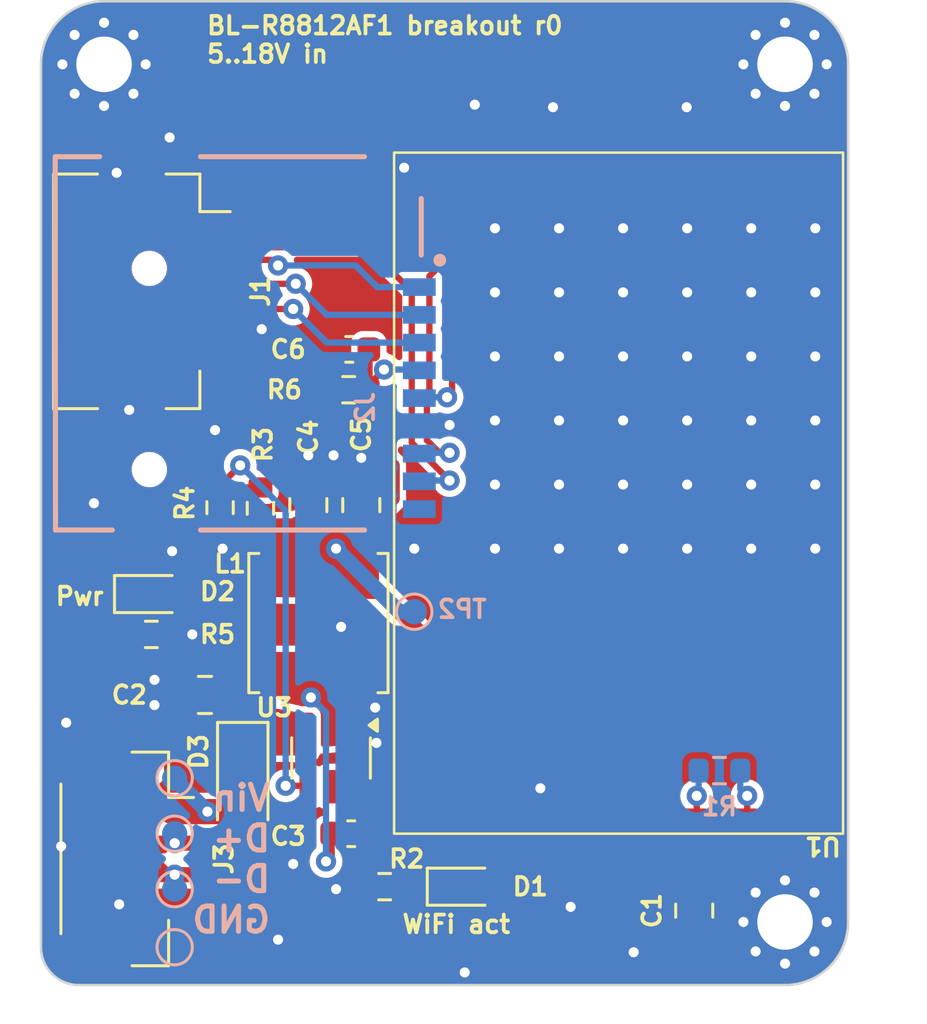
<source format=kicad_pcb>
(kicad_pcb (version 20221018) (generator pcbnew)
  (layers (0 "F.Cu" signal) (31 "B.Cu" signal) (34 "B.Paste" user) (35 "F.Paste" user) (36 "B.SilkS" user "B.Silkscreen") (37 "F.SilkS" user "F.Silkscreen") (38 "B.Mask" user) (39 "F.Mask" user) (44 "Edge.Cuts" user))
  (net 0 "")
  (net 1 "GND")
  (net 2 "+3V3")
  (net 3 "+12V")
  (net 4 "Net-(U3-SW)")
  (net 5 "Net-(U3-BST)")
  (net 6 "Net-(D1-K)")
  (net 7 "Net-(D1-A)")
  (net 8 "Net-(D2-K)")
  (net 9 "Net-(D3-A)")
  (net 10 "/SD_CLK")
  (net 11 "/SD_D0")
  (net 12 "/SD_D1")
  (net 13 "/SD_D2")
  (net 14 "/SD_D3")
  (net 15 "/SD_CMD")
  (net 16 "/WIFI_PDN")
  (net 17 "/USB_N")
  (net 18 "/USB_P")
  (net 19 "Net-(J1-Pin_12)")
  (net 21 "Net-(U1-PDN)")
  (net 22 "Net-(U3-FB)")
  (footprint "Resistor_SMD:R_0603_1608Metric" (layer "F.Cu") (at 166.375 89.1)
    (fp_text reference "R5" (at 2.625 0) (layer "F.SilkS") (effects (font (size 0.7 0.7))))
    (fp_text value "220R")
    (fp_line (start -0.237258 -0.5225) (end 0.237258 -0.5225) (stroke (width 0.12)) (layer "F.SilkS"))
    (fp_line (start -0.237258 0.5225) (end 0.237258 0.5225) (stroke (width 0.12)) (layer "F.SilkS"))
    (pad "1" smd roundrect (at -0.825 0) (size 0.8 0.95) (layers "F.Cu" "F.Paste" "F.Mask") (net 8 "Net-(D2-K)"))
    (pad "2" smd roundrect (at 0.825 0) (size 0.8 0.95) (layers "F.Cu" "F.Paste" "F.Mask") (net 1 "GND"))
  )
  (footprint "Resistor_SMD:R_0603_1608Metric" (layer "F.Cu") (at 169.1 84.075 -90)
    (fp_text reference "R4" (at -0.175 1.4 90) (layer "F.SilkS") (effects (font (size 0.7 0.7))))
    (fp_text value "10K")
    (fp_line (start -0.237258 -0.5225) (end 0.237258 -0.5225) (stroke (width 0.12)) (layer "F.SilkS"))
    (fp_line (start -0.237258 0.5225) (end 0.237258 0.5225) (stroke (width 0.12)) (layer "F.SilkS"))
    (pad "1" smd roundrect (at -0.825 0 270) (size 0.8 0.95) (layers "F.Cu" "F.Paste" "F.Mask") (net 22 "Net-(U3-FB)"))
    (pad "2" smd roundrect (at 0.825 0 270) (size 0.8 0.95) (layers "F.Cu" "F.Paste" "F.Mask") (net 1 "GND"))
  )
  (footprint "LED_SMD:LED_0603_1608Metric" (layer "F.Cu") (at 166.4 87.5)
    (fp_text reference "D2" (at 2.6 -0.1) (layer "F.SilkS") (effects (font (size 0.7 0.7))))
    (fp_text value "LED_RED")
    (fp_line (start -1.485 -0.735) (end -1.485 0.735) (stroke (width 0.12)) (layer "F.SilkS"))
    (fp_line (start -1.485 0.735) (end 0.8 0.735) (stroke (width 0.12)) (layer "F.SilkS"))
    (fp_line (start 0.8 -0.735) (end -1.485 -0.735) (stroke (width 0.12)) (layer "F.SilkS"))
    (pad "1" smd roundrect (at -0.7875 0) (size 0.875 0.95) (layers "F.Cu" "F.Paste" "F.Mask") (net 8 "Net-(D2-K)"))
    (pad "2" smd roundrect (at 0.7875 0) (size 0.875 0.95) (layers "F.Cu" "F.Paste" "F.Mask") (net 2 "+3V3"))
  )
  (footprint "Package_TO_SOT_SMD:TSOT-23-6" (layer "F.Cu") (at 173.5 94 -90)
    (fp_text reference "U3" (at -2 2.25 -180) (layer "F.SilkS") (effects (font (size 0.7 0.7))))
    (fp_text value "AP62300WU")
    (fp_line (start 0 -1.56) (end -0.8 -1.56) (stroke (width 0.12)) (layer "F.SilkS"))
    (fp_line (start 0 -1.56) (end 0.8 -1.56) (stroke (width 0.12)) (layer "F.SilkS"))
    (fp_line (start 0 1.56) (end -0.8 1.56) (stroke (width 0.12)) (layer "F.SilkS"))
    (fp_line (start 0 1.56) (end 0.8 1.56) (stroke (width 0.12)) (layer "F.SilkS"))
    (fp_poly (pts (xy -1.3 -1.51) (xy -1.54 -1.84) (xy -1.06 -1.84) (xy -1.3 -1.51)) (stroke (width 0.12)) (fill solid) (layer "F.SilkS"))
    (pad "1" smd roundrect (at -1.1375 -0.95 270) (size 1.325 0.6) (layers "F.Cu" "F.Paste" "F.Mask") (net 1 "GND"))
    (pad "2" smd roundrect (at -1.1375 0 270) (size 1.325 0.6) (layers "F.Cu" "F.Paste" "F.Mask") (net 4 "Net-(U3-SW)"))
    (pad "3" smd roundrect (at -1.1375 0.95 270) (size 1.325 0.6) (layers "F.Cu" "F.Paste" "F.Mask") (net 3 "+12V"))
    (pad "4" smd roundrect (at 1.1375 0.95 270) (size 1.325 0.6) (layers "F.Cu" "F.Paste" "F.Mask") (net 22 "Net-(U3-FB)"))
    (pad "5" smd roundrect (at 1.1375 0 270) (size 1.325 0.6) (layers "F.Cu" "F.Paste" "F.Mask"))
    (pad "6" smd roundrect (at 1.1375 -0.95 270) (size 1.325 0.6) (layers "F.Cu" "F.Paste" "F.Mask") (net 5 "Net-(U3-BST)"))
  )
  (footprint "Connector_FFC-FPC:Hirose_FH12-12S-0.5SH_1x12-1MP_P0.50mm_Horizontal" (layer "F.Cu") (at 167 75.5 -90)
    (fp_text reference "J1" (at 0 -3.7 90) (layer "F.SilkS") (effects (font (size 0.7 0.7))))
    (fp_text value "FFC_12p_H")
    (fp_line (start -4.65 -1.3) (end -4.65 0.04) (stroke (width 0.12)) (layer "F.SilkS"))
    (fp_line (start -4.65 2.76) (end -4.65 4.5) (stroke (width 0.12)) (layer "F.SilkS"))
    (fp_line (start -4.65 4.5) (end 4.65 4.5) (stroke (width 0.12)) (layer "F.SilkS"))
    (fp_line (start -3.16 -1.3) (end -4.65 -1.3) (stroke (width 0.12)) (layer "F.SilkS"))
    (fp_line (start -3.16 -1.3) (end -3.16 -2.5) (stroke (width 0.12)) (layer "F.SilkS"))
    (fp_line (start 3.16 -1.3) (end 4.65 -1.3) (stroke (width 0.12)) (layer "F.SilkS"))
    (fp_line (start 4.65 -1.3) (end 4.65 0.04) (stroke (width 0.12)) (layer "F.SilkS"))
    (fp_line (start 4.65 4.5) (end 4.65 2.76) (stroke (width 0.12)) (layer "F.SilkS"))
    (pad "1" smd rect (at -2.75 -1.85 270) (size 0.3 1.3) (layers "F.Cu" "F.Paste" "F.Mask") (net 10 "/SD_CLK"))
    (pad "2" smd rect (at -2.25 -1.85 270) (size 0.3 1.3) (layers "F.Cu" "F.Paste" "F.Mask") (net 11 "/SD_D0"))
    (pad "3" smd rect (at -1.75 -1.85 270) (size 0.3 1.3) (layers "F.Cu" "F.Paste" "F.Mask") (net 12 "/SD_D1"))
    (pad "4" smd rect (at -1.25 -1.85 270) (size 0.3 1.3) (layers "F.Cu" "F.Paste" "F.Mask") (net 13 "/SD_D2"))
    (pad "5" smd rect (at -0.75 -1.85 270) (size 0.3 1.3) (layers "F.Cu" "F.Paste" "F.Mask") (net 14 "/SD_D3"))
    (pad "6" smd rect (at -0.25 -1.85 270) (size 0.3 1.3) (layers "F.Cu" "F.Paste" "F.Mask") (net 15 "/SD_CMD"))
    (pad "7" smd rect (at 0.25 -1.85 270) (size 0.3 1.3) (layers "F.Cu" "F.Paste" "F.Mask") (net 16 "/WIFI_PDN"))
    (pad "8" smd rect (at 0.75 -1.85 270) (size 0.3 1.3) (layers "F.Cu" "F.Paste" "F.Mask") (net 1 "GND"))
    (pad "9" smd rect (at 1.25 -1.85 270) (size 0.3 1.3) (layers "F.Cu" "F.Paste" "F.Mask") (net 17 "/USB_N"))
    (pad "10" smd rect (at 1.75 -1.85 270) (size 0.3 1.3) (layers "F.Cu" "F.Paste" "F.Mask") (net 1 "GND"))
    (pad "11" smd rect (at 2.25 -1.85 270) (size 0.3 1.3) (layers "F.Cu" "F.Paste" "F.Mask") (net 18 "/USB_P"))
    (pad "12" smd rect (at 2.75 -1.85 270) (size 0.3 1.3) (layers "F.Cu" "F.Paste" "F.Mask") (net 19 "Net-(J1-Pin_12)"))
    (pad "MP" smd rect (at -4.65 1.4 270) (size 1.8 2.2) (layers "F.Cu" "F.Paste" "F.Mask") (net 1 "GND"))
    (pad "MP" smd rect (at 4.65 1.4 270) (size 1.8 2.2) (layers "F.Cu" "F.Paste" "F.Mask") (net 1 "GND"))
  )
  (footprint "LED_SMD:LED_0603_1608Metric" (layer "F.Cu") (at 178.8 99.1)
    (fp_text reference "D1" (at 2.6 0) (layer "F.SilkS") (effects (font (size 0.7 0.7))))
    (fp_text value "LED_GREEN")
    (fp_line (start -1.485 -0.735) (end -1.485 0.735) (stroke (width 0.12)) (layer "F.SilkS"))
    (fp_line (start -1.485 0.735) (end 0.8 0.735) (stroke (width 0.12)) (layer "F.SilkS"))
    (fp_line (start 0.8 -0.735) (end -1.485 -0.735) (stroke (width 0.12)) (layer "F.SilkS"))
    (pad "1" smd roundrect (at -0.7875 0) (size 0.875 0.95) (layers "F.Cu" "F.Paste" "F.Mask") (net 6 "Net-(D1-K)"))
    (pad "2" smd roundrect (at 0.7875 0) (size 0.875 0.95) (layers "F.Cu" "F.Paste" "F.Mask") (net 7 "Net-(D1-A)"))
  )
  (footprint "Capacitor_SMD:C_0805_2012Metric" (layer "F.Cu") (at 187.9 100.05 90)
    (fp_text reference "C1" (at 0 -1.68 90) (layer "F.SilkS") (effects (font (size 0.7 0.7))))
    (fp_text value "22uF")
    (fp_line (start -0.261252 -0.735) (end 0.261252 -0.735) (stroke (width 0.12)) (layer "F.SilkS"))
    (fp_line (start -0.261252 0.735) (end 0.261252 0.735) (stroke (width 0.12)) (layer "F.SilkS"))
    (pad "1" smd roundrect (at -0.95 0 90) (size 1 1.45) (layers "F.Cu" "F.Paste" "F.Mask") (net 1 "GND"))
    (pad "2" smd roundrect (at 0.95 0 90) (size 1 1.45) (layers "F.Cu" "F.Paste" "F.Mask") (net 2 "+3V3"))
  )
  (footprint "MountingHole:MountingHole_2.2mm_M2_Pad_Via" (layer "F.Cu") (at 164.5 66.5)
    (fp_text reference "H3" hide)
    (fp_text value "MH_2.2mm")
    (pad "1" thru_hole circle (at -1.65 0) (size 0.7 0.7) (drill 0.4) (layers "*.Cu" "*.Mask") (net 1 "GND"))
    (pad "1" thru_hole circle (at -1.166726 -1.166726) (size 0.7 0.7) (drill 0.4) (layers "*.Cu" "*.Mask") (net 1 "GND"))
    (pad "1" thru_hole circle (at -1.166726 1.166726) (size 0.7 0.7) (drill 0.4) (layers "*.Cu" "*.Mask") (net 1 "GND"))
    (pad "1" thru_hole circle (at 0 -1.65) (size 0.7 0.7) (drill 0.4) (layers "*.Cu" "*.Mask") (net 1 "GND"))
    (pad "1" thru_hole circle (at 0 0) (size 4.4 4.4) (drill 2.2) (layers "*.Cu" "*.Mask") (net 1 "GND"))
    (pad "1" thru_hole circle (at 0 1.65) (size 0.7 0.7) (drill 0.4) (layers "*.Cu" "*.Mask") (net 1 "GND"))
    (pad "1" thru_hole circle (at 1.166726 -1.166726) (size 0.7 0.7) (drill 0.4) (layers "*.Cu" "*.Mask") (net 1 "GND"))
    (pad "1" thru_hole circle (at 1.166726 1.166726) (size 0.7 0.7) (drill 0.4) (layers "*.Cu" "*.Mask") (net 1 "GND"))
    (pad "1" thru_hole circle (at 1.65 0) (size 0.7 0.7) (drill 0.4) (layers "*.Cu" "*.Mask") (net 1 "GND"))
  )
  (footprint "Capacitor_SMD:C_0805_2012Metric" (layer "F.Cu") (at 168.5 91.5)
    (fp_text reference "C2" (at -3 0) (layer "F.SilkS") (effects (font (size 0.7 0.7))))
    (fp_text value "10uF")
    (fp_line (start -0.261252 -0.735) (end 0.261252 -0.735) (stroke (width 0.12)) (layer "F.SilkS"))
    (fp_line (start -0.261252 0.735) (end 0.261252 0.735) (stroke (width 0.12)) (layer "F.SilkS"))
    (pad "1" smd roundrect (at -0.95 0) (size 1 1.45) (layers "F.Cu" "F.Paste" "F.Mask") (net 1 "GND"))
    (pad "2" smd roundrect (at 0.95 0) (size 1 1.45) (layers "F.Cu" "F.Paste" "F.Mask") (net 3 "+12V"))
  )
  (footprint "Capacitor_SMD:C_0603_1608Metric" (layer "F.Cu") (at 174.3 97)
    (fp_text reference "C3" (at -2.5 0.1) (layer "F.SilkS") (effects (font (size 0.7 0.7))))
    (fp_text value "0.1uF")
    (fp_line (start -0.14058 -0.51) (end 0.14058 -0.51) (stroke (width 0.12)) (layer "F.SilkS"))
    (fp_line (start -0.14058 0.51) (end 0.14058 0.51) (stroke (width 0.12)) (layer "F.SilkS"))
    (pad "1" smd roundrect (at -0.775 0) (size 0.9 0.95) (layers "F.Cu" "F.Paste" "F.Mask") (net 4 "Net-(U3-SW)"))
    (pad "2" smd roundrect (at 0.775 0) (size 0.9 0.95) (layers "F.Cu" "F.Paste" "F.Mask") (net 5 "Net-(U3-BST)"))
  )
  (footprint "Resistor_SMD:R_0603_1608Metric" (layer "F.Cu") (at 174.2 79.4)
    (fp_text reference "R6" (at -2.55 0) (layer "F.SilkS") (effects (font (size 0.7 0.7))))
    (fp_text value "0R")
    (fp_line (start -0.237258 -0.5225) (end 0.237258 -0.5225) (stroke (width 0.12)) (layer "F.SilkS"))
    (fp_line (start -0.237258 0.5225) (end 0.237258 0.5225) (stroke (width 0.12)) (layer "F.SilkS"))
    (pad "1" smd roundrect (at -0.825 0) (size 0.8 0.95) (layers "F.Cu" "F.Paste" "F.Mask") (net 19 "Net-(J1-Pin_12)"))
    (pad "2" smd roundrect (at 0.825 0) (size 0.8 0.95) (layers "F.Cu" "F.Paste" "F.Mask") (net 2 "+3V3"))
  )
  (footprint "Diode_SMD:D_SOD-123F" (layer "F.Cu") (at 170 94.8 -90)
    (fp_text reference "D3" (at -1.05 1.75 90) (layer "F.SilkS") (effects (font (size 0.7 0.7))))
    (fp_text value "DSS34")
    (fp_line (start -2.21 -1) (end -2.21 1) (stroke (width 0.12)) (layer "F.SilkS"))
    (fp_line (start -2.21 -1) (end 1.65 -1) (stroke (width 0.12)) (layer "F.SilkS"))
    (fp_line (start -2.21 1) (end 1.65 1) (stroke (width 0.12)) (layer "F.SilkS"))
    (pad "1" smd roundrect (at -1.4 0 270) (size 1.1 1.1) (layers "F.Cu" "F.Paste" "F.Mask") (roundrect_rratio 0.2272727273) (net 3 "+12V"))
    (pad "2" smd roundrect (at 1.4 0 270) (size 1.1 1.1) (layers "F.Cu" "F.Paste" "F.Mask") (roundrect_rratio 0.2272727273) (net 9 "Net-(D3-A)"))
  )
  (footprint "Capacitor_SMD:C_0805_2012Metric" (layer "F.Cu") (at 174.7 83.975 -90)
    (fp_text reference "C5" (at -2.8 0 90) (layer "F.SilkS") (effects (font (size 0.7 0.7))))
    (fp_text value "22uF")
    (fp_line (start -0.261252 -0.735) (end 0.261252 -0.735) (stroke (width 0.12)) (layer "F.SilkS"))
    (fp_line (start -0.261252 0.735) (end 0.261252 0.735) (stroke (width 0.12)) (layer "F.SilkS"))
    (pad "1" smd roundrect (at -0.95 0 270) (size 1 1.45) (layers "F.Cu" "F.Paste" "F.Mask") (net 1 "GND"))
    (pad "2" smd roundrect (at 0.95 0 270) (size 1 1.45) (layers "F.Cu" "F.Paste" "F.Mask") (net 2 "+3V3"))
  )
  (footprint "Resistor_SMD:R_0603_1608Metric" (layer "F.Cu") (at 175.625 99.1 180)
    (fp_text reference "R2" (at -0.875 1.1) (layer "F.SilkS") (effects (font (size 0.7 0.7))))
    (fp_text value "220R")
    (fp_line (start -0.237258 -0.5225) (end 0.237258 -0.5225) (stroke (width 0.12)) (layer "F.SilkS"))
    (fp_line (start -0.237258 0.5225) (end 0.237258 0.5225) (stroke (width 0.12)) (layer "F.SilkS"))
    (pad "1" smd roundrect (at -0.825 0 180) (size 0.8 0.95) (layers "F.Cu" "F.Paste" "F.Mask") (net 6 "Net-(D1-K)"))
    (pad "2" smd roundrect (at 0.825 0 180) (size 0.8 0.95) (layers "F.Cu" "F.Paste" "F.Mask") (net 1 "GND"))
  )
  (footprint "MountingHole:MountingHole_2.2mm_M2_Pad_Via" (layer "F.Cu") (at 191.5 100.5)
    (fp_text reference "H1" hide)
    (fp_text value "MH_2.2mm")
    (pad "1" thru_hole circle (at -1.65 0) (size 0.7 0.7) (drill 0.4) (layers "*.Cu" "*.Mask") (net 1 "GND"))
    (pad "1" thru_hole circle (at -1.166726 -1.166726) (size 0.7 0.7) (drill 0.4) (layers "*.Cu" "*.Mask") (net 1 "GND"))
    (pad "1" thru_hole circle (at -1.166726 1.166726) (size 0.7 0.7) (drill 0.4) (layers "*.Cu" "*.Mask") (net 1 "GND"))
    (pad "1" thru_hole circle (at 0 -1.65) (size 0.7 0.7) (drill 0.4) (layers "*.Cu" "*.Mask") (net 1 "GND"))
    (pad "1" thru_hole circle (at 0 0) (size 4.4 4.4) (drill 2.2) (layers "*.Cu" "*.Mask") (net 1 "GND"))
    (pad "1" thru_hole circle (at 0 1.65) (size 0.7 0.7) (drill 0.4) (layers "*.Cu" "*.Mask") (net 1 "GND"))
    (pad "1" thru_hole circle (at 1.166726 -1.166726) (size 0.7 0.7) (drill 0.4) (layers "*.Cu" "*.Mask") (net 1 "GND"))
    (pad "1" thru_hole circle (at 1.166726 1.166726) (size 0.7 0.7) (drill 0.4) (layers "*.Cu" "*.Mask") (net 1 "GND"))
    (pad "1" thru_hole circle (at 1.65 0) (size 0.7 0.7) (drill 0.4) (layers "*.Cu" "*.Mask") (net 1 "GND"))
  )
  (footprint "MountingHole:MountingHole_2.2mm_M2_Pad_Via" (layer "F.Cu") (at 191.5 66.5)
    (fp_text reference "H2" hide)
    (fp_text value "MH_2.2mm")
    (pad "1" thru_hole circle (at -1.65 0) (size 0.7 0.7) (drill 0.4) (layers "*.Cu" "*.Mask") (net 1 "GND"))
    (pad "1" thru_hole circle (at -1.166726 -1.166726) (size 0.7 0.7) (drill 0.4) (layers "*.Cu" "*.Mask") (net 1 "GND"))
    (pad "1" thru_hole circle (at -1.166726 1.166726) (size 0.7 0.7) (drill 0.4) (layers "*.Cu" "*.Mask") (net 1 "GND"))
    (pad "1" thru_hole circle (at 0 -1.65) (size 0.7 0.7) (drill 0.4) (layers "*.Cu" "*.Mask") (net 1 "GND"))
    (pad "1" thru_hole circle (at 0 0) (size 4.4 4.4) (drill 2.2) (layers "*.Cu" "*.Mask") (net 1 "GND"))
    (pad "1" thru_hole circle (at 0 1.65) (size 0.7 0.7) (drill 0.4) (layers "*.Cu" "*.Mask") (net 1 "GND"))
    (pad "1" thru_hole circle (at 1.166726 -1.166726) (size 0.7 0.7) (drill 0.4) (layers "*.Cu" "*.Mask") (net 1 "GND"))
    (pad "1" thru_hole circle (at 1.166726 1.166726) (size 0.7 0.7) (drill 0.4) (layers "*.Cu" "*.Mask") (net 1 "GND"))
    (pad "1" thru_hole circle (at 1.65 0) (size 0.7 0.7) (drill 0.4) (layers "*.Cu" "*.Mask") (net 1 "GND"))
  )
  (footprint "Resistor_SMD:R_0603_1608Metric" (layer "F.Cu") (at 170.7 84.1 90)
    (fp_text reference "R3" (at 2.525 0.1 90) (layer "F.SilkS") (effects (font (size 0.7 0.7))))
    (fp_text value "31K6")
    (fp_line (start -0.237258 -0.5225) (end 0.237258 -0.5225) (stroke (width 0.12)) (layer "F.SilkS"))
    (fp_line (start -0.237258 0.5225) (end 0.237258 0.5225) (stroke (width 0.12)) (layer "F.SilkS"))
    (pad "1" smd roundrect (at -0.825 0 90) (size 0.8 0.95) (layers "F.Cu" "F.Paste" "F.Mask") (net 2 "+3V3"))
    (pad "2" smd roundrect (at 0.825 0 90) (size 0.8 0.95) (layers "F.Cu" "F.Paste" "F.Mask") (net 22 "Net-(U3-FB)"))
  )
  (footprint "hadv-rf:BL-R8812AF1" (layer "F.Cu") (at 193.8 97 90)
    (fp_text reference "U1" (at -0.5 -0.8 180 unlocked) (layer "F.SilkS") (effects (font (size 0.7 0.7))))
    (fp_text value "~")
    (fp_rect (start 0 -17.8) (end 27 0) (stroke (width 0.1)) (fill none) (layer "F.SilkS"))
    (pad "1" smd roundrect (at 0 -3.9 90) (size 2 1.2) (layers "F.Cu" "F.Paste" "F.Mask") (roundrect_rratio 0.15) (net 21 "Net-(U1-PDN)"))
    (pad "2" smd roundrect (at 0 -5.9 90) (size 2 1.2) (layers "F.Cu" "F.Paste" "F.Mask") (roundrect_rratio 0.15) (net 2 "+3V3"))
    (pad "3" smd roundrect (at 0 -7.9 90) (size 2 1.2) (layers "F.Cu" "F.Paste" "F.Mask") (roundrect_rratio 0.15) (net 17 "/USB_N"))
    (pad "4" smd roundrect (at 0 -9.9 90) (size 2 1.2) (layers "F.Cu" "F.Paste" "F.Mask") (roundrect_rratio 0.15) (net 18 "/USB_P"))
    (pad "5" smd roundrect (at 0 -11.9 90) (size 2 1.2) (layers "F.Cu" "F.Paste" "F.Mask") (roundrect_rratio 0.15) (net 1 "GND"))
    (pad "6" smd roundrect (at 0 -13.9 90) (size 2 1.2) (layers "F.Cu" "F.Paste" "F.Mask") (roundrect_rratio 0.15) (net 7 "Net-(D1-A)"))
    (pad "7" smd roundrect (at 27 -14.55 90) (size 2 1) (layers "F.Cu" "F.Paste" "F.Mask") (roundrect_rratio 0.15) (net 1 "GND"))
    (pad "8" smd roundrect (at 27 -13.05 90) (size 2 1) (layers "F.Cu" "F.Paste" "F.Mask") (roundrect_rratio 0.15))
    (pad "9" smd roundrect (at 27 -11.55 90) (size 2 1) (layers "F.Cu" "F.Paste" "F.Mask") (roundrect_rratio 0.15) (net 1 "GND"))
    (pad "10" smd roundrect (at 27 -6.2 90) (size 2 1) (layers "F.Cu" "F.Paste" "F.Mask") (roundrect_rratio 0.15) (net 1 "GND"))
    (pad "11" smd roundrect (at 27 -4.7 90) (size 2 1) (layers "F.Cu" "F.Paste" "F.Mask") (roundrect_rratio 0.15))
    (pad "12" smd roundrect (at 27 -3.2 90) (size 2 1) (layers "F.Cu" "F.Paste" "F.Mask") (roundrect_rratio 0.15) (net 1 "GND"))
  )
  (footprint "Capacitor_SMD:C_0805_2012Metric" (layer "F.Cu") (at 172.6 83.975 -90)
    (fp_text reference "C4" (at -2.7 0 90) (layer "F.SilkS") (effects (font (size 0.7 0.7))))
    (fp_text value "22uF")
    (fp_line (start -0.261252 -0.735) (end 0.261252 -0.735) (stroke (width 0.12)) (layer "F.SilkS"))
    (fp_line (start -0.261252 0.735) (end 0.261252 0.735) (stroke (width 0.12)) (layer "F.SilkS"))
    (pad "1" smd roundrect (at -0.95 0 270) (size 1 1.45) (layers "F.Cu" "F.Paste" "F.Mask") (net 1 "GND"))
    (pad "2" smd roundrect (at 0.95 0 270) (size 1 1.45) (layers "F.Cu" "F.Paste" "F.Mask") (net 2 "+3V3"))
  )
  (footprint "Connector_JST:JST_GH_SM04B-GHS-TB_1x04-1MP_P1.25mm_Horizontal" (layer "F.Cu") (at 165.35 98 -90)
    (fp_text reference "J3" (at 0 -3.9 90) (layer "F.SilkS") (effects (font (size 0.7 0.7))))
    (fp_text value "JST-GH-4H")
    (fp_line (start -4.235 -1.71) (end -2.435 -1.71) (stroke (width 0.12)) (layer "F.SilkS"))
    (fp_line (start -4.235 -0.26) (end -4.235 -1.71) (stroke (width 0.12)) (layer "F.SilkS"))
    (fp_line (start -2.965 2.56) (end 2.965 2.56) (stroke (width 0.12)) (layer "F.SilkS"))
    (fp_line (start -2.435 -1.71) (end -2.435 -2.7) (stroke (width 0.12)) (layer "F.SilkS"))
    (fp_line (start 4.235 -1.71) (end 2.435 -1.71) (stroke (width 0.12)) (layer "F.SilkS"))
    (fp_line (start 4.235 -0.26) (end 4.235 -1.71) (stroke (width 0.12)) (layer "F.SilkS"))
    (pad "1" smd roundrect (at -1.875 -1.85 270) (size 0.6 1.7) (layers "F.Cu" "F.Paste" "F.Mask") (net 9 "Net-(D3-A)"))
    (pad "2" smd roundrect (at -0.625 -1.85 270) (size 0.6 1.7) (layers "F.Cu" "F.Paste" "F.Mask") (net 18 "/USB_P"))
    (pad "3" smd roundrect (at 0.625 -1.85 270) (size 0.6 1.7) (layers "F.Cu" "F.Paste" "F.Mask") (net 17 "/USB_N"))
    (pad "4" smd roundrect (at 1.875 -1.85 270) (size 0.6 1.7) (layers "F.Cu" "F.Paste" "F.Mask") (net 1 "GND"))
    (pad "MP" smd roundrect (at -3.725 1.35 270) (size 1 2.7) (layers "F.Cu" "F.Paste" "F.Mask") (net 1 "GND"))
    (pad "MP" smd roundrect (at 3.725 1.35 270) (size 1 2.7) (layers "F.Cu" "F.Paste" "F.Mask") (net 1 "GND"))
  )
  (footprint "Capacitor_SMD:C_0603_1608Metric" (layer "F.Cu") (at 174.225 77.8 180)
    (fp_text reference "C6" (at 2.425 0) (layer "F.SilkS") (effects (font (size 0.7 0.7))))
    (fp_text value "0.1uF")
    (fp_line (start -0.14058 -0.51) (end 0.14058 -0.51) (stroke (width 0.12)) (layer "F.SilkS"))
    (fp_line (start -0.14058 0.51) (end 0.14058 0.51) (stroke (width 0.12)) (layer "F.SilkS"))
    (pad "1" smd roundrect (at -0.775 0 180) (size 0.9 0.95) (layers "F.Cu" "F.Paste" "F.Mask") (net 2 "+3V3"))
    (pad "2" smd roundrect (at 0.775 0 180) (size 0.9 0.95) (layers "F.Cu" "F.Paste" "F.Mask") (net 1 "GND"))
  )
  (footprint "Inductor_SMD:L_Sunlord_SWPA5020S" (layer "F.Cu") (at 173 88.65 90)
    (fp_text reference "L1" (at 2.35 -3.5 180) (layer "F.SilkS") (effects (font (size 0.7 0.7))))
    (fp_text value "LQH5BPN3R3N38L")
    (fp_line (start -2.76 -2.76) (end -2.76 -2.36) (stroke (width 0.12)) (layer "F.SilkS"))
    (fp_line (start -2.76 -2.76) (end 2.76 -2.76) (stroke (width 0.12)) (layer "F.SilkS"))
    (fp_line (start -2.76 2.76) (end -2.76 2.36) (stroke (width 0.12)) (layer "F.SilkS"))
    (fp_line (start -2.76 2.76) (end 2.76 2.76) (stroke (width 0.12)) (layer "F.SilkS"))
    (fp_line (start 2.76 -2.76) (end 2.76 -2.36) (stroke (width 0.12)) (layer "F.SilkS"))
    (fp_line (start 2.76 2.76) (end 2.76 2.36) (stroke (width 0.12)) (layer "F.SilkS"))
    (pad "1" smd rect (at -1.85 0 90) (size 1.4 4.2) (layers "F.Cu" "F.Paste" "F.Mask") (net 4 "Net-(U3-SW)"))
    (pad "2" smd rect (at 1.85 0 90) (size 1.4 4.2) (layers "F.Cu" "F.Paste" "F.Mask") (net 2 "+3V3"))
  )
  (footprint "hadv-connectors:TF-01A" (layer "B.Cu") (at 169.8262 77.5612 90)
    (fp_text reference "J2" (at -2.54 5.024 90) (layer "B.SilkS") (effects (font (size 0.7 0.7)) (justify mirror)))
    (fp_text value "TF-01A")
    (fp_line (start -7.4 -5) (end -7.39902 -7.25) (stroke (width 0.2032)) (layer "B.SilkS"))
    (fp_line (start -7.4 5) (end -7.4 -1.5) (stroke (width 0.2032)) (layer "B.SilkS"))
    (fp_line (start -7.39902 -7.25) (end 7.39902 -7.2627) (stroke (width 0.2032)) (layer "B.SilkS"))
    (fp_line (start 3.5 7.25) (end 5.738 7.25) (stroke (width 0.2032)) (layer "B.SilkS"))
    (fp_line (start 7.39902 -7.2627) (end 7.4 -5.5) (stroke (width 0.2032)) (layer "B.SilkS"))
    (fp_line (start 7.4 -1.5) (end 7.4 5) (stroke (width 0.2032)) (layer "B.SilkS"))
    (fp_circle (center 3.29565 7.98449) (end 3.54965 7.98449) (fill solid) (layer "B.SilkS"))
    (pad "" np_thru_hole circle (at -5.0038 -3.5306 90) (size 0.999997 0.999997) (drill 0.999997) (layers "*.Cu" "*.Mask"))
    (pad "" np_thru_hole circle (at 2.9718 -3.5306 90) (size 0.999997 0.999997) (drill 0.999997) (layers "*.Cu" "*.Mask"))
    (pad "1" smd rect (at 2.2298 7.1738) (size 1.3 0.7) (layers "B.Cu" "B.Paste" "B.Mask") (net 13 "/SD_D2"))
    (pad "2" smd rect (at 1.1298 7.1738) (size 1.3 0.7) (layers "B.Cu" "B.Paste" "B.Mask") (net 14 "/SD_D3"))
    (pad "3" smd rect (at 0.0298 7.1738) (size 1.3 0.7) (layers "B.Cu" "B.Paste" "B.Mask") (net 15 "/SD_CMD"))
    (pad "4" smd rect (at -1.0702 7.1738) (size 1.3 0.7) (layers "B.Cu" "B.Paste" "B.Mask") (net 2 "+3V3"))
    (pad "5" smd rect (at -2.1702 7.1738) (size 1.3 0.7) (layers "B.Cu" "B.Paste" "B.Mask") (net 10 "/SD_CLK"))
    (pad "6" smd rect (at -3.2702 7.1738) (size 1.3 0.7) (layers "B.Cu" "B.Paste" "B.Mask") (net 1 "GND"))
    (pad "7" smd rect (at -4.3702 7.1738) (size 1.3 0.7) (layers "B.Cu" "B.Paste" "B.Mask") (net 11 "/SD_D0"))
    (pad "8" smd rect (at -5.4702 7.1738) (size 1.3 0.7) (layers "B.Cu" "B.Paste" "B.Mask") (net 12 "/SD_D1"))
    (pad "9" smd rect (at -6.5702 7.1738) (size 1.3 0.7) (layers "B.Cu" "B.Paste" "B.Mask"))
    (pad "10" smd rect (at -7.9886 -3.3) (size 2.4384 1.4478) (layers "B.Cu" "B.Paste" "B.Mask") (net 1 "GND"))
    (pad "10" smd rect (at -7.9886 6.4) (size 1.651 1.4478) (layers "B.Cu" "B.Paste" "B.Mask") (net 1 "GND"))
    (pad "10" smd rect (at 7.0612 6.4) (size 1.651 1.8542) (layers "B.Cu" "B.Paste" "B.Mask") (net 1 "GND"))
    (pad "10" smd rect (at 7.8362 -3.3) (size 2.4384 1.4478) (layers "B.Cu" "B.Paste" "B.Mask") (net 1 "GND"))
  )
  (footprint "TestPoint:TestPoint_Pad_D1.0mm" (layer "B.Cu") (at 176.8 88.2 180)
    (fp_text reference "TP2" (at -1.9 0.1) (layer "B.SilkS") (effects (font (size 0.7 0.7)) (justify mirror)))
    (fp_text value "TP_1MM")
    (fp_circle (center 0 0) (end 0 -0.7) (stroke (width 0.12)) (fill none) (layer "B.SilkS"))
    (pad "1" smd circle (at 0 0 180) (size 1 1) (layers "B.Cu" "B.Mask") (net 2 "+3V3"))
  )
  (footprint "TestPoint:TestPoint_Pad_D1.0mm" (layer "B.Cu") (at 167.3 99.2 180)
    (fp_text reference "TP6" hide)
    (fp_text value "TP_1MM")
    (fp_circle (center 0 0) (end 0 -0.7) (stroke (width 0.12)) (fill none) (layer "B.SilkS"))
    (pad "1" smd circle (at 0 0 180) (size 1 1) (layers "B.Cu" "B.Mask") (net 17 "/USB_N"))
  )
  (footprint "TestPoint:TestPoint_Pad_D1.0mm" (layer "B.Cu") (at 167.3 97 180)
    (fp_text reference "TP7" hide)
    (fp_text value "TP_1MM")
    (fp_circle (center 0 0) (end 0 -0.7) (stroke (width 0.12)) (fill none) (layer "B.SilkS"))
    (pad "1" smd circle (at 0 0 180) (size 1 1) (layers "B.Cu" "B.Mask") (net 18 "/USB_P"))
  )
  (footprint "TestPoint:TestPoint_Pad_D1.0mm" (layer "B.Cu") (at 167.3 101.5 180)
    (fp_text reference "TP3" hide)
    (fp_text value "TP_1MM")
    (fp_circle (center 0 0) (end 0 -0.7) (stroke (width 0.12)) (fill none) (layer "B.SilkS"))
    (pad "1" smd circle (at 0 0 180) (size 1 1) (layers "B.Cu" "B.Mask") (net 1 "GND"))
  )
  (footprint "Resistor_SMD:R_0603_1608Metric" (layer "B.Cu") (at 188.9 94.5)
    (fp_text reference "R1" (at 0 1.43) (layer "B.SilkS") (effects (font (size 0.7 0.7)) (justify mirror)))
    (fp_text value "10K")
    (fp_line (start -0.237258 -0.5225) (end 0.237258 -0.5225) (stroke (width 0.12)) (layer "B.SilkS"))
    (fp_line (start -0.237258 0.5225) (end 0.237258 0.5225) (stroke (width 0.12)) (layer "B.SilkS"))
    (pad "1" smd roundrect (at -0.825 0) (size 0.8 0.95) (layers "B.Cu" "B.Paste" "B.Mask") (net 2 "+3V3"))
    (pad "2" smd roundrect (at 0.825 0) (size 0.8 0.95) (layers "B.Cu" "B.Paste" "B.Mask") (net 21 "Net-(U1-PDN)"))
  )
  (footprint "TestPoint:TestPoint_Pad_D1.0mm" (layer "B.Cu") (at 167.3 94.8 180)
    (fp_text reference "TP1" hide)
    (fp_text value "TP_1MM")
    (fp_circle (center 0 0) (end 0 -0.7) (stroke (width 0.12)) (fill none) (layer "B.SilkS"))
    (pad "1" smd circle (at 0 0 180) (size 1 1) (layers "B.Cu" "B.Mask") (net 9 "Net-(D3-A)"))
  )
  (gr_arc (start 162 66.5) (mid 162.732233 64.732233) (end 164.5 64) (stroke (width 0.1)) (layer "Edge.Cuts"))
  (gr_line (start 164.5 64) (end 191.5 64) (stroke (width 0.1)) (layer "Edge.Cuts"))
  (gr_arc (start 163.5 103) (mid 162.43934 102.56066) (end 162 101.5) (stroke (width 0.1)) (layer "Edge.Cuts"))
  (gr_line (start 191.5 103) (end 163.5 103) (stroke (width 0.1)) (layer "Edge.Cuts"))
  (gr_arc (start 191.5 64) (mid 193.267767 64.732233) (end 194 66.5) (stroke (width 0.1)) (layer "Edge.Cuts"))
  (gr_line (start 162 101.5) (end 162 66.5) (stroke (width 0.1)) (layer "Edge.Cuts"))
  (gr_arc (start 194 100.5) (mid 193.267767 102.267767) (end 191.5 103) (stroke (width 0.1)) (layer "Edge.Cuts"))
  (gr_line (start 194 66.5) (end 194 100.5) (stroke (width 0.1)) (layer "Edge.Cuts"))
  (gr_text "Vin\nD+\nD-\nGND" (at 171.2 101) (layer "B.SilkS") (effects (font (size 1 1) (thickness 0.2) bold) (justify left bottom mirror)))
  (gr_text "BL-R8812AF1 breakout r0\n5..18V in" (at 168.5 66.5) (layer "F.SilkS") (effects (font (size 0.7 0.7)) (justify left bottom)))
  (gr_text "WiFi act" (at 176.25 101) (layer "F.SilkS") (effects (font (size 0.7 0.7)) (justify left bottom)))
  (gr_text "Pwr" (at 162.5 88) (layer "F.SilkS") (effects (font (size 0.7 0.7)) (justify left bottom)))
  (segment (start 167.2 89.1) (end 168 89.1) (width 0.25) (layer "F.Cu") (net 1))
  (segment (start 170 76.25) (end 168.85 76.25) (width 0.25) (layer "F.Cu") (net 1))
  (segment (start 175.25 92.0625) (end 174.45 92.8625) (width 0.25) (layer "F.Cu") (net 1))
  (segment (start 169.1 84.9) (end 169.1 85.6) (width 0.25) (layer "F.Cu") (net 1))
  (segment (start 173.8 99.1) (end 173.7 99.2) (width 0.25) (layer "F.Cu") (net 1))
  (segment (start 170.75 77) (end 170.5 77.25) (width 0.25) (layer "F.Cu") (net 1))
  (segment (start 172.6 83.025) (end 172.6 82) (width 0.6) (layer "F.Cu") (net 1))
  (segment (start 175.25 92) (end 175.25 92.0625) (width 0.25) (layer "F.Cu") (net 1))
  (segment (start 169.1 85.6) (end 169.2 85.7) (width 0.25) (layer "F.Cu") (net 1))
  (segment (start 170.5 77.25) (end 168.85 77.25) (width 0.25) (layer "F.Cu") (net 1))
  (segment (start 174.8 99.1) (end 173.8 99.1) (width 0.25) (layer "F.Cu") (net 1))
  (segment (start 170.75 77) (end 170 76.25) (width 0.25) (layer "F.Cu") (net 1))
  (segment (start 174.7 83.025) (end 174.7 82.1) (width 0.6) (layer "F.Cu") (net 1))
  (via (at 180 75.54) (size 0.8) (drill 0.4) (layers "F.Cu" "B.Cu") (net 1))
  (via (at 171.4 101.2) (size 0.8) (drill 0.4) (layers "F.Cu" "B.Cu") (net 1))
  (via (at 185.5 101.7) (size 0.8) (drill 0.4) (layers "F.Cu" "B.Cu") (net 1))
  (via (at 192.7 80.62) (size 0.8) (drill 0.4) (layers "F.Cu" "B.Cu") (net 1))
  (via (at 180 83.16) (size 0.8) (drill 0.4) (layers "F.Cu" "B.Cu") (net 1))
  (via (at 183 99.9) (size 0.8) (drill 0.4) (layers "F.Cu" "B.Cu") (net 1))
  (via (at 165 70.8) (size 0.8) (drill 0.4) (layers "F.Cu" "B.Cu") (net 1))
  (via (at 190.16 80.62) (size 0.8) (drill 0.4) (layers "F.Cu" "B.Cu") (net 1))
  (via (at 187.6 68.2) (size 0.8) (drill 0.4) (layers "F.Cu" "B.Cu") (net 1))
  (via (at 185.08 80.62) (size 0.8) (drill 0.4) (layers "F.Cu" "B.Cu") (net 1))
  (via (at 192.7 75.54) (size 0.8) (drill 0.4) (layers "F.Cu" "B.Cu") (net 1))
  (via (at 162.8 97.5) (size 0.8) (drill 0.4) (layers "F.Cu" "B.Cu") (net 1))
  (via (at 187.62 83.16) (size 0.8) (drill 0.4) (layers "F.Cu" "B.Cu") (net 1))
  (via (at 170.75 77) (size 0.8) (drill 0.4) (layers "F.Cu" "B.Cu") (net 1))
  (via (at 182.54 83.16) (size 0.8) (drill 0.4) (layers "F.Cu" "B.Cu") (net 1))
  (via (at 187.62 80.62) (size 0.8) (drill 0.4) (layers "F.Cu" "B.Cu") (net 1))
  (via (at 192.7 85.7) (size 0.8) (drill 0.4) (layers "F.Cu" "B.Cu") (net 1))
  (via (at 165.5 80.2) (size 0.8) (drill 0.4) (layers "F.Cu" "B.Cu") (net 1))
  (via (at 182.54 75.54) (size 0.8) (drill 0.4) (layers "F.Cu" "B.Cu") (net 1))
  (via (at 180 85.7) (size 0.8) (drill 0.4) (layers "F.Cu" "B.Cu") (net 1))
  (via (at 166.5 91.9) (size 0.8) (drill 0.4) (layers "F.Cu" "B.Cu") (net 1))
  (via (at 175.3 93.4) (size 0.8) (drill 0.4) (layers "F.Cu" "B.Cu") (net 1))
  (via (at 173.9 88.8) (size 0.8) (drill 0.4) (layers "F.Cu" "B.Cu") (net 1))
  (via (at 192.7 78.08) (size 0.8) (drill 0.4) (layers "F.Cu" "B.Cu") (net 1))
  (via (at 190.16 78.08) (size 0.8) (drill 0.4) (layers "F.Cu" "B.Cu") (net 1))
  (via (at 174.7 82.1) (size 0.8) (drill 0.4) (layers "F.Cu" "B.Cu") (net 1))
  (via (at 182.3 68.2) (size 0.8) (drill 0.4) (layers "F.Cu" "B.Cu") (net 1))
  (via (at 180 80.62) (size 0.8) (drill 0.4) (layers "F.Cu" "B.Cu") (net 1))
  (via (at 190.16 75.54) (size 0.8) (drill 0.4) (layers "F.Cu" "B.Cu") (net 1))
  (via (at 173.7 99.2) (size 0.8) (drill 0.4) (layers "F.Cu" "B.Cu") (net 1))
  (via (at 182.54 73) (size 0.8) (drill 0.4) (layers "F.Cu" "B.Cu") (net 1))
  (via (at 167.1 69.4) (size 0.8) (drill 0.4) (layers "F.Cu" "B.Cu") (net 1))
  (via (at 180 73) (size 0.8) (drill 0.4) (layers "F.Cu" "B.Cu") (net 1))
  (via (at 190.16 85.7) (size 0.8) (drill 0.4) (layers "F.Cu" "B.Cu") (net 1))
  (via (at 172 98.2) (size 0.8) (drill 0.4) (layers "F.Cu" "B.Cu") (net 1))
  (via (at 168 89.1) (size 0.8) (drill 0.4) (layers "F.Cu" "B.Cu") (net 1))
  (via (at 187.62 73) (size 0.8) (drill 0.4) (layers "F.Cu" "B.Cu") (net 1))
  (via (at 185.08 78.08) (size 0.8) (drill 0.4) (layers "F.Cu" "B.Cu") (net 1))
  (via (at 185.08 83.16) (size 0.8) (drill 0.4) (layers "F.Cu" "B.Cu") (net 1))
  (via (at 166.5 90.9) (size 0.8) (drill 0.4) (layers "F.Cu" "B.Cu") (net 1))
  (via (at 175.25 92) (size 0.8) (drill 0.4) (layers "F.Cu" "B.Cu") (net 1))
  (via (at 185.08 85.7) (size 0.8) (drill 0.4) (layers "F.Cu" "B.Cu") (net 1))
  (via (at 192.7 73) (size 0.8) (drill 0.4) (layers "F.Cu" "B.Cu") (net 1))
  (via (at 172.6 82) (size 0.8) (drill 0.4) (layers "F.Cu" "B.Cu") (net 1))
  (via (at 167.2 85.8) (size 0.8) (drill 0.4) (layers "F.Cu" "B.Cu") (net 1))
  (via (at 176.4 70.6) (size 0.8) (drill 0.4) (layers "F.Cu" "B.Cu") (net 1))
  (via (at 185.08 73) (size 0.8) (drill 0.4) (layers "F.Cu" "B.Cu") (net 1))
  (via (at 181.8 95.2) (size 0.8) (drill 0.4) (layers "F.Cu" "B.Cu") (net 1))
  (via (at 165.1 99.8) (size 0.8) (drill 0.4) (layers "F.Cu" "B.Cu") (net 1))
  (via (at 178.8 102.5) (size 0.8) (drill 0.4) (layers "F.Cu" "B.Cu") (net 1))
  (via (at 163 92.6) (size 0.8) (drill 0.4) (layers "F.Cu" "B.Cu") (net 1))
  (via (at 176.8 85.7) (size 0.8) (drill 0.4) (layers "F.Cu" "B.Cu") (net 1))
  (via (at 169.2 85.7) (size 0.8) (drill 0.4) (layers "F.Cu" "B.Cu") (net 1))
  (via (at 164.1 83.9) (size 0.8) (drill 0.4) (layers "F.Cu" "B.Cu") (net 1))
  (via (at 190.16 83.16) (size 0.8) (drill 0.4) (layers "F.Cu" "B.Cu") (net 1))
  (via (at 179.2 68.1) (size 0.8) (drill 0.4) (layers "F.Cu" "B.Cu") (net 1))
  (via (at 182.54 85.7) (size 0.8) (drill 0.4) (layers "F.Cu" "B.Cu") (net 1))
  (via (at 192.7 83.16) (size 0.8) (drill 0.4) (layers "F.Cu" "B.Cu") (net 1))
  (via (at 185.08 75.54) (size 0.8) (drill 0.4) (layers "F.Cu" "B.Cu") (net 1))
  (via (at 187.62 85.7) (size 0.8) (drill 0.4) (layers "F.Cu" "B.Cu") (net 1))
  (via (at 190.16 73) (size 0.8) (drill 0.4) (layers "F.Cu" "B.Cu") (net 1))
  (via (at 168.9 81) (size 0.8) (drill 0.4) (layers "F.Cu" "B.Cu") (net 1))
  (via (at 182.54 80.62) (size 0.8) (drill 0.4) (layers "F.Cu" "B.Cu") (net 1))
  (via (at 182.54 78.08) (size 0.8) (drill 0.4) (layers "F.Cu" "B.Cu") (net 1))
  (via (at 178.2 80.8) (size 0.8) (drill 0.4) (layers "F.Cu" "B.Cu") (net 1))
  (via (at 187.62 75.54) (size 0.8) (drill 0.4) (layers "F.Cu" "B.Cu") (net 1))
  (via (at 173.6 82) (size 0.8) (drill 0.4) (layers "F.Cu" "B.Cu") (net 1))
  (via (at 187.62 78.08) (size 0.8) (drill 0.4) (layers "F.Cu" "B.Cu") (net 1))
  (via (at 180 78.08) (size 0.8) (drill 0.4) (layers "F.Cu" "B.Cu") (net 1))
  (segment (start 178.1686 80.8314) (end 178.2 80.8) (width 0.25) (layer "B.Cu") (net 1))
  (segment (start 177 80.8314) (end 178.1686 80.8314) (width 0.25) (layer "B.Cu") (net 1))
  (segment (start 175.025 79.175) (end 175.6 78.6) (width 0.25) (layer "F.Cu") (net 2))
  (segment (start 187.9 99.1) (end 187.9 97) (width 1) (layer "F.Cu") (net 2))
  (segment (start 175.025 79.4) (end 175.025 79.175) (width 0.25) (layer "F.Cu") (net 2))
  (segment (start 187.9 98.9) (end 188 98.8) (width 0.25) (layer "F.Cu") (net 2))
  (segment (start 175.025 79.4) (end 175.6 79.975) (width 0.6) (layer "F.Cu") (net 2))
  (segment (start 188 95.5) (end 188 96.9) (width 0.25) (layer "F.Cu") (net 2))
  (segment (start 167.1875 87.5) (end 168.425305 87.5) (width 0.25) (layer "F.Cu") (net 2))
  (segment (start 175.925 82.425) (end 175.925 83.7) (width 0.6) (layer "F.Cu") (net 2))
  (segment (start 173 86.8) (end 173 85.325) (width 0.6) (layer "F.Cu") (net 2))
  (segment (start 177 92) (end 178 93) (width 0.6) (layer "F.Cu") (net 2))
  (segment (start 175.925 83.7) (end 174.7 84.925) (width 0.6) (layer "F.Cu") (net 2))
  (segment (start 172.6 84.925) (end 170.7 84.925) (width 0.6) (layer "F.Cu") (net 2))
  (segment (start 187.9 96.798335) (end 187.9 97) (width 0.6) (layer "F.Cu") (net 2))
  (segment (start 174.7 84.925) (end 172.6 84.925) (width 0.6) (layer "F.Cu") (net 2))
  (segment (start 170.7 85.225305) (end 170.7 84.925) (width 0.25) (layer "F.Cu") (net 2))
  (segment (start 175.6 82.1) (end 175.925 82.425) (width 0.6) (layer "F.Cu") (net 2))
  (segment (start 175.025 77.825) (end 175 77.8) (width 0.25) (layer "F.Cu") (net 2))
  (segment (start 178 93) (end 184.101665 93) (width 0.6) (layer "F.Cu") (net 2))
  (segment (start 175.025 79.4) (end 175.025 77.825) (width 0.25) (layer "F.Cu") (net 2))
  (segment (start 173.7 85.7) (end 177 89) (width 0.6) (layer "F.Cu") (net 2))
  (segment (start 168.425305 87.5) (end 170.7 85.225305) (width 0.25) (layer "F.Cu") (net 2))
  (segment (start 175.6 79.975) (end 175.6 82.1) (width 0.6) (layer "F.Cu") (net 2))
  (segment (start 184.101665 93) (end 187.9 96.798335) (width 0.6) (layer "F.Cu") (net 2))
  (segment (start 188 96.9) (end 187.9 97) (width 0.25) (layer "F.Cu") (net 2))
  (segment (start 173 85.325) (end 172.6 84.925) (width 0.6) (layer "F.Cu") (net 2))
  (segment (start 177 89) (end 177 92) (width 0.6) (layer "F.Cu") (net 2))
  (via (at 188 95.5) (size 0.8) (drill 0.4) (layers "F.Cu" "B.Cu") (net 2))
  (via (at 173.7 85.7) (size 0.8) (drill 0.4) (layers "F.Cu" "B.Cu") (net 2))
  (via (at 175.6 78.6) (size 0.8) (drill 0.4) (layers "F.Cu" "B.Cu") (net 2))
  (segment (start 175.6 78.6) (end 176.9686 78.6) (width 0.25) (layer "B.Cu") (net 2))
  (segment (start 188.075 94.5) (end 188.075 95.425) (width 0.25) (layer "B.Cu") (net 2))
  (segment (start 188.075 95.425) (end 188 95.5) (width 0.25) (layer "B.Cu") (net 2))
  (segment (start 176.8 88.2) (end 176.2 88.2) (width 0.6) (layer "B.Cu") (net 2))
  (segment (start 176.9686 78.6) (end 177 78.6314) (width 0.25) (layer "B.Cu") (net 2))
  (segment (start 176.2 88.2) (end 173.7 85.7) (width 0.6) (layer "B.Cu") (net 2))
  (segment (start 170 93.4) (end 172.0125 93.4) (width 1) (layer "F.Cu") (net 3))
  (segment (start 170 93.4) (end 170 92.05) (width 1) (layer "F.Cu") (net 3))
  (segment (start 170 92.05) (end 169.45 91.5) (width 1) (layer "F.Cu") (net 3))
  (segment (start 172.7 91.6) (end 172.7 90.8) (width 0.25) (layer "F.Cu") (net 4))
  (segment (start 173.5 92.8625) (end 173.5 91) (width 0.6) (layer "F.Cu") (net 4))
  (segment (start 173.525 97.875) (end 173.3 98.1) (width 0.25) (layer "F.Cu") (net 4))
  (segment (start 173.5 91) (end 173 90.5) (width 0.6) (layer "F.Cu") (net 4))
  (segment (start 173.525 97) (end 173.525 97.875) (width 0.25) (layer "F.Cu") (net 4))
  (segment (start 172.7 90.8) (end 173 90.5) (width 0.25) (layer "F.Cu") (net 4))
  (via (at 172.7 91.6) (size 0.8) (drill 0.4) (layers "F.Cu" "B.Cu") (net 4))
  (via (at 173.3 98.1) (size 0.8) (drill 0.4) (layers "F.Cu" "B.Cu") (net 4))
  (segment (start 173.3 92.2) (end 172.7 91.6) (width 0.25) (layer "B.Cu") (net 4))
  (segment (start 173.3 98.1) (end 173.3 92.2) (width 0.25) (layer "B.Cu") (net 4))
  (segment (start 175.075 97) (end 175.075 95.7625) (width 0.25) (layer "F.Cu") (net 5))
  (segment (start 175.075 95.7625) (end 174.45 95.1375) (width 0.25) (layer "F.Cu") (net 5))
  (segment (start 178.0125 99.1) (end 176.45 99.1) (width 0.25) (layer "F.Cu") (net 6))
  (segment (start 179.9 97) (end 179.9 98.7875) (width 0.25) (layer "F.Cu") (net 7))
  (segment (start 179.9 98.7875) (end 179.5875 99.1) (width 0.25) (layer "F.Cu") (net 7))
  (segment (start 165.6125 87.5) (end 165.6125 89.0375) (width 0.25) (layer "F.Cu") (net 8))
  (segment (start 165.6125 89.0375) (end 165.55 89.1) (width 0.25) (layer "F.Cu") (net 8))
  (segment (start 167.2 96.125) (end 168.6 96.125) (width 1) (layer "F.Cu") (net 9))
  (segment (start 169.925 96.125) (end 170 96.2) (width 1) (layer "F.Cu") (net 9))
  (segment (start 168.6 96.125) (end 169.925 96.125) (width 1) (layer "F.Cu") (net 9))
  (via (at 168.6 96.125) (size 0.8) (drill 0.4) (layers "F.Cu" "B.Cu") (net 9))
  (segment (start 167.3 94.8) (end 167.3 94.825) (width 0.6) (layer "B.Cu") (net 9))
  (segment (start 167.3 94.825) (end 168.6 96.125) (width 0.6) (layer "B.Cu") (net 9))
  (segment (start 176.55 72.75) (end 178.3 74.5) (width 0.25) (layer "F.Cu") (net 10))
  (segment (start 178.3 79.5) (end 178.1 79.7) (width 0.25) (layer "F.Cu") (net 10))
  (segment (start 178.3 74.5) (end 178.3 79.5) (width 0.25) (layer "F.Cu") (net 10))
  (segment (start 168.85 72.75) (end 176.55 72.75) (width 0.25) (layer "F.Cu") (net 10))
  (via (at 178.1 79.7) (size 0.8) (drill 0.4) (layers "F.Cu" "B.Cu") (net 10))
  (segment (start 177.0314 79.7) (end 177 79.7314) (width 0.25) (layer "B.Cu") (net 10))
  (segment (start 178.1 79.7) (end 177.0314 79.7) (width 0.25) (layer "B.Cu") (net 10))
  (segment (start 177.3 81.4) (end 177.8 81.9) (width 0.25) (layer "F.Cu") (net 11))
  (segment (start 176.15 73.25) (end 177.6 74.7) (width 0.25) (layer "F.Cu") (net 11))
  (segment (start 177.3 79.5) (end 177.3 81.4) (width 0.25) (layer "F.Cu") (net 11))
  (segment (start 168.85 73.25) (end 176.15 73.25) (width 0.25) (layer "F.Cu") (net 11))
  (segment (start 177.4 79.4) (end 177.3 79.5) (width 0.25) (layer "F.Cu") (net 11))
  (segment (start 177.4 74.9) (end 177.4 79.4) (width 0.25) (layer "F.Cu") (net 11))
  (segment (start 177.6 74.7) (end 177.4 74.9) (width 0.25) (layer "F.Cu") (net 11))
  (segment (start 177.8 81.9) (end 178.2 81.9) (width 0.25) (layer "F.Cu") (net 11))
  (via (at 178.2 81.9) (size 0.8) (drill 0.4) (layers "F.Cu" "B.Cu") (net 11))
  (segment (start 178.2 81.9) (end 177.0314 81.9) (width 0.25) (layer "B.Cu") (net 11))
  (segment (start 177.0314 81.9) (end 177 81.9314) (width 0.25) (layer "B.Cu") (net 11))
  (segment (start 176.7 75.5) (end 176.7 81.5) (width 0.25) (layer "F.Cu") (net 12))
  (segment (start 176.7 81.5) (end 178.2 83) (width 0.25) (layer "F.Cu") (net 12))
  (segment (start 174.95 73.75) (end 176.7 75.5) (width 0.25) (layer "F.Cu") (net 12))
  (segment (start 168.85 73.75) (end 174.95 73.75) (width 0.25) (layer "F.Cu") (net 12))
  (via (at 178.2 83) (size 0.8) (drill 0.4) (layers "F.Cu" "B.Cu") (net 12))
  (segment (start 178.2 83) (end 177.0314 83) (width 0.25) (layer "B.Cu") (net 12))
  (segment (start 177.0314 83) (end 177 83.0314) (width 0.25) (layer "B.Cu") (net 12))
  (segment (start 171.1755 74.25) (end 168.85 74.25) (width 0.25) (layer "F.Cu") (net 13))
  (segment (start 171.4 74.4745) (end 171.1755 74.25) (width 0.25) (layer "F.Cu") (net 13))
  (via (at 171.4 74.4745) (size 0.8) (drill 0.4) (layers "F.Cu" "B.Cu") (net 13))
  (segment (start 175.3314 75.3314) (end 177 75.3314) (width 0.25) (layer "B.Cu") (net 13))
  (segment (start 174.4745 74.4745) (end 175.3314 75.3314) (width 0.25) (layer "B.Cu") (net 13))
  (segment (start 171.4 74.4745) (end 174.4745 74.4745) (width 0.25) (layer "B.Cu") (net 13))
  (segment (start 170.325 75.2) (end 172.1 75.2) (width 0.25) (layer "F.Cu") (net 14))
  (segment (start 168.85 74.75) (end 169.875 74.75) (width 0.25) (layer "F.Cu") (net 14))
  (segment (start 169.875 74.75) (end 170.325 75.2) (width 0.25) (layer "F.Cu") (net 14))
  (via (at 172.1 75.2) (size 0.8) (drill 0.4) (layers "F.Cu" "B.Cu") (net 14))
  (segment (start 172.1 75.2) (end 173.3314 76.4314) (width 0.25) (layer "B.Cu") (net 14))
  (segment (start 173.3314 76.4314) (end 177 76.4314) (width 0.25) (layer "B.Cu") (net 14))
  (segment (start 170.688604 76.2) (end 172 76.2) (width 0.25) (layer "F.Cu") (net 15))
  (segment (start 168.85 75.25) (end 169.738604 75.25) (width 0.25) (layer "F.Cu") (net 15))
  (segment (start 169.738604 75.25) (end 170.688604 76.2) (width 0.25) (layer "F.Cu") (net 15))
  (via (at 172 76.2) (size 0.8) (drill 0.4) (layers "F.Cu" "B.Cu") (net 15))
  (segment (start 173.3314 77.5314) (end 177 77.5314) (width 0.25) (layer "B.Cu") (net 15))
  (segment (start 172 76.2) (end 173.3314 77.5314) (width 0.25) (layer "B.Cu") (net 15))
  (segment (start 167.275 77.9068) (end 167.275 83.025) (width 0.2) (layer "F.Cu") (net 17))
  (segment (start 167.3 98.625) (end 168.475001 98.625) (width 0.2) (layer "F.Cu") (net 17))
  (segment (start 167.2 98.625) (end 167.3 98.625) (width 0.2) (layer "F.Cu") (net 17))
  (segment (start 164.175 97.5932) (end 164.711811 98.130011) (width 0.2) (layer "F.Cu") (net 17))
  (segment (start 164.711811 98.130011) (end 166.705011 98.130011) (width 0.2) (layer "F.Cu") (net 17))
  (segment (start 167.9 77.2818) (end 167.275 77.9068) (width 0.2) (layer "F.Cu") (net 17))
  (segment (start 166.075 93.7932) (end 166.075 94.5068) (width 0.2) (layer "F.Cu") (net 17))
  (segment (start 166.705011 98.130011) (end 167.2 98.625) (width 0.2) (layer "F.Cu") (net 17))
  (segment (start 172.9068 101.325) (end 183.8932 101.325) (width 0.2) (layer "F.Cu") (net 17))
  (segment (start 168.85 76.75) (end 168.8 76.8) (width 0.2) (layer "F.Cu") (net 17))
  (segment (start 167.275 83.025) (end 163.675 86.625) (width 0.2) (layer "F.Cu") (net 17))
  (segment (start 185.025 100.1932) (end 185.025 97.875) (width 0.2) (layer "F.Cu") (net 17))
  (segment (start 168.8 76.8) (end 167.9 76.8) (width 0.2) (layer "F.Cu") (net 17))
  (segment (start 168.475001 98.625) (end 168.875001 98.225) (width 0.2) (layer "F.Cu") (net 17))
  (segment (start 168.875001 98.225) (end 169.8068 98.225) (width 0.2) (layer "F.Cu") (net 17))
  (segment (start 164.175 96.4068) (end 164.175 97.5932) (width 0.2) (layer "F.Cu") (net 17))
  (segment (start 183.8932 101.325) (end 185.025 100.1932) (width 0.2) (layer "F.Cu") (net 17))
  (segment (start 169.8068 98.225) (end 172.9068 101.325) (width 0.2) (layer "F.Cu") (net 17))
  (segment (start 166.075 94.5068) (end 164.175 96.4068) (width 0.2) (layer "F.Cu") (net 17))
  (segment (start 163.675 91.3932) (end 166.075 93.7932) (width 0.2) (layer "F.Cu") (net 17))
  (segment (start 185.025 97.875) (end 185.9 97) (width 0.2) (layer "F.Cu") (net 17))
  (segment (start 163.675 86.625) (end 163.675 91.3932) (width 0.2) (layer "F.Cu") (net 17))
  (segment (start 167.9 76.8) (end 167.9 77.2818) (width 0.2) (layer "F.Cu") (net 17))
  (via (at 167.3 98.625) (size 0.8) (drill 0.4) (layers "F.Cu" "B.Cu") (net 17))
  (segment (start 168.875001 97.775) (end 169.9932 97.775) (width 0.2) (layer "F.Cu") (net 18))
  (segment (start 167.3 97.375) (end 168.475001 97.375) (width 0.2) (layer "F.Cu") (net 18))
  (segment (start 168.8 77.7) (end 168.1182 77.7) (width 0.2) (layer "F.Cu") (net 18))
  (segment (start 184.575 100.0068) (end 184.575 97.675) (width 0.2) (layer "F.Cu") (net 18))
  (segment (start 167.725 83.2841) (end 164.125 86.8841) (width 0.2) (layer "F.Cu") (net 18))
  (segment (start 164.898211 97.680011) (end 166.894989 97.680011) (width 0.2) (layer "F.Cu") (net 18))
  (segment (start 168.1182 77.7) (end 167.725 78.0932) (width 0.2) (layer "F.Cu") (net 18))
  (segment (start 167.2 97.375) (end 167.3 97.375) (width 0.2) (layer "F.Cu") (net 18))
  (segment (start 164.125 91.2068) (end 166.525 93.6068) (width 0.2) (layer "F.Cu") (net 18))
  (segment (start 164.625 96.5932) (end 164.625 97.4068) (width 0.2) (layer "F.Cu") (net 18))
  (segment (start 166.525 94.6932) (end 164.625 96.5932) (width 0.2) (layer "F.Cu") (net 18))
  (segment (start 184.575 97.675) (end 183.9 97) (width 0.2) (layer "F.Cu") (net 18))
  (segment (start 167.725 78.0932) (end 167.725 83.2841) (width 0.2) (layer "F.Cu") (net 18))
  (segment (start 166.525 93.6068) (end 166.525 94.6932) (width 0.2) (layer "F.Cu") (net 18))
  (segment (start 164.125 86.8841) (end 164.125 91.2068) (width 0.2) (layer "F.Cu") (net 18))
  (segment (start 164.625 97.4068) (end 164.898211 97.680011) (width 0.2) (layer "F.Cu") (net 18))
  (segment (start 173.0932 100.875) (end 183.7068 100.875) (width 0.2) (layer "F.Cu") (net 18))
  (segment (start 169.9932 97.775) (end 173.0932 100.875) (width 0.2) (layer "F.Cu") (net 18))
  (segment (start 183.7068 100.875) (end 184.575 100.0068) (width 0.2) (layer "F.Cu") (net 18))
  (segment (start 166.894989 97.680011) (end 167.2 97.375) (width 0.2) (layer "F.Cu") (net 18))
  (segment (start 168.85 77.75) (end 168.8 77.7) (width 0.2) (layer "F.Cu") (net 18))
  (segment (start 168.475001 97.375) (end 168.875001 97.775) (width 0.2) (layer "F.Cu") (net 18))
  (via (at 167.3 97.375) (size 0.8) (drill 0.4) (layers "F.Cu" "B.Cu") (net 18))
  (segment (start 171.9 79.4) (end 170.75 78.25) (width 0.25) (layer "F.Cu") (net 19))
  (segment (start 170.75 78.25) (end 168.85 78.25) (width 0.25) (layer "F.Cu") (net 19))
  (segment (start 173.375 79.4) (end 171.9 79.4) (width 0.25) (layer "F.Cu") (net 19))
  (segment (start 190 96.9) (end 189.9 97) (width 0.25) (layer "F.Cu") (net 21))
  (segment (start 190 95.5) (end 190 96.9) (width 0.25) (layer "F.Cu") (net 21))
  (via (at 190 95.5) (size 0.8) (drill 0.4) (layers "F.Cu" "B.Cu") (net 21))
  (segment (start 189.725 95.225) (end 190 95.5) (width 0.25) (layer "B.Cu") (net 21))
  (segment (start 189.725 94.5) (end 189.725 95.225) (width 0.25) (layer "B.Cu") (net 21))
  (segment (start 169.1 83.2) (end 169.9 82.4) (width 0.25) (layer "F.Cu") (net 22))
  (segment (start 169.1 83.25) (end 169.1 83.2) (width 0.25) (layer "F.Cu") (net 22))
  (segment (start 172.5125 95.1) (end 172.55 95.1375) (width 0.25) (layer "F.Cu") (net 22))
  (segment (start 169.125 83.275) (end 169.1 83.25) (width 0.25) (layer "F.Cu") (net 22))
  (segment (start 170.7 83.275) (end 169.125 83.275) (width 0.25) (layer "F.Cu") (net 22))
  (segment (start 171.7 95.1) (end 172.5125 95.1) (width 0.25) (layer "F.Cu") (net 22))
  (via (at 171.7 95.1) (size 0.8) (drill 0.4) (layers "F.Cu" "B.Cu") (net 22))
  (via (at 169.9 82.4) (size 0.8) (drill 0.4) (layers "F.Cu" "B.Cu") (net 22))
  (segment (start 169.9 82.4) (end 171.7 84.2) (width 0.25) (layer "B.Cu") (net 22))
  (segment (start 171.7 84.2) (end 171.7 95.1) (width 0.25) (layer "B.Cu") (net 22))
  (zone (net 3) (net_name "+12V") (layer "F.Cu") (priority 1) (connect_pads yes (clearance 0.25)) (min_thickness 0.25) (fill yes (thermal_gap 0.5) (thermal_bridge_width 0.5))
    (polygon (pts (xy 172.8 93.9) (xy 172.8 92.3) (xy 171.1 92) (xy 170 90.8) (xy 169 90.8) (xy 169 93.9)))
  )
  (zone (net 2) (net_name "+3V3") (layer "F.Cu") (priority 1) (connect_pads yes (clearance 0.25)) (min_thickness 0.25) (fill yes (thermal_gap 0.5) (thermal_bridge_width 0.5))
    (polygon (pts (xy 175.4 87.7) (xy 175.4 84.5) (xy 170.4 84.5) (xy 170.3 87.6)))
  )
  (zone (net 4) (net_name "Net-(U3-SW)") (layer "F.Cu") (priority 1) (connect_pads yes (clearance 0.25)) (min_thickness 0.25) (fill yes (thermal_gap 0.5) (thermal_bridge_width 0.5))
    (polygon (pts (xy 173.8 93.5) (xy 173.8 92.2) (xy 174.6 91.6) (xy 175.2 91.3) (xy 175.2 89.8) (xy 170.8 89.8) (xy 170.8 91.3) (xy 171.7 91.8) (xy 173 92.1) (xy 173 93.6)))
  )
  (zone (net 1) (net_name "GND") (layers "F&B.Cu") (connect_pads yes (clearance 0.25)) (min_thickness 0.25) (fill yes (thermal_gap 0.5) (thermal_bridge_width 0.5))
    (polygon (pts (xy 162 64) (xy 194 64) (xy 194 103) (xy 162 103)))
  )
)
</source>
